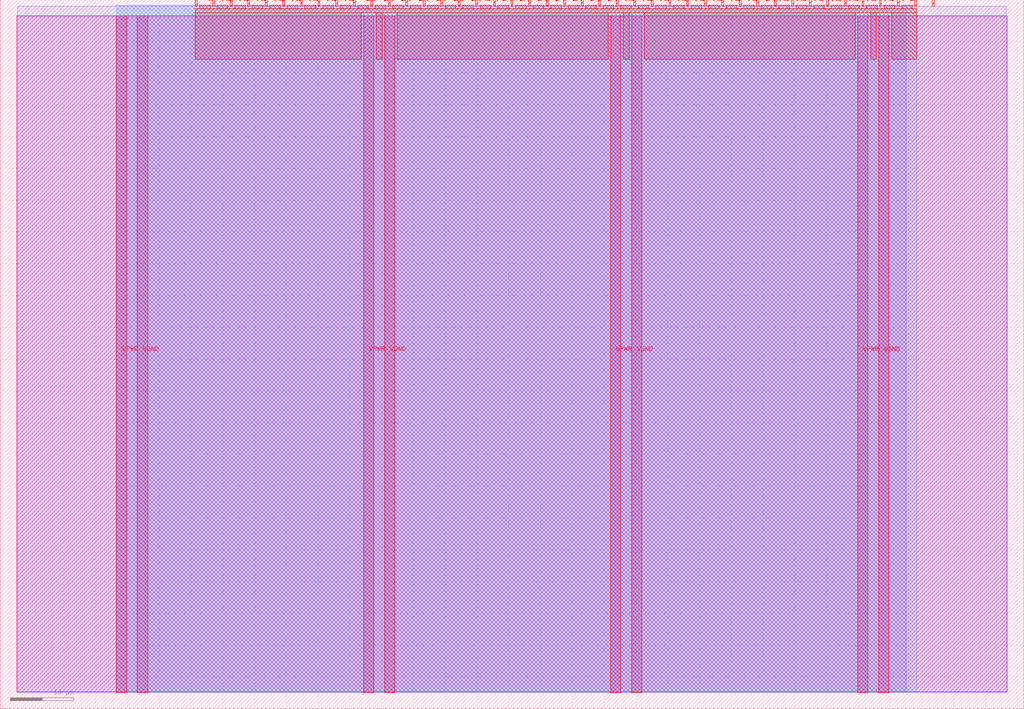
<source format=lef>
VERSION 5.7 ;
  NOWIREEXTENSIONATPIN ON ;
  DIVIDERCHAR "/" ;
  BUSBITCHARS "[]" ;
MACRO tt_um_Electom_cla_4bits
  CLASS BLOCK ;
  FOREIGN tt_um_Electom_cla_4bits ;
  ORIGIN 0.000 0.000 ;
  SIZE 161.000 BY 111.520 ;
  PIN VGND
    DIRECTION INOUT ;
    USE GROUND ;
    PORT
      LAYER met4 ;
        RECT 21.580 2.480 23.180 109.040 ;
    END
    PORT
      LAYER met4 ;
        RECT 60.450 2.480 62.050 109.040 ;
    END
    PORT
      LAYER met4 ;
        RECT 99.320 2.480 100.920 109.040 ;
    END
    PORT
      LAYER met4 ;
        RECT 138.190 2.480 139.790 109.040 ;
    END
  END VGND
  PIN VPWR
    DIRECTION INOUT ;
    USE POWER ;
    PORT
      LAYER met4 ;
        RECT 18.280 2.480 19.880 109.040 ;
    END
    PORT
      LAYER met4 ;
        RECT 57.150 2.480 58.750 109.040 ;
    END
    PORT
      LAYER met4 ;
        RECT 96.020 2.480 97.620 109.040 ;
    END
    PORT
      LAYER met4 ;
        RECT 134.890 2.480 136.490 109.040 ;
    END
  END VPWR
  PIN clk
    DIRECTION INPUT ;
    USE SIGNAL ;
    ANTENNAGATEAREA 0.852000 ;
    PORT
      LAYER met4 ;
        RECT 143.830 110.520 144.130 111.520 ;
    END
  END clk
  PIN ena
    DIRECTION INPUT ;
    USE SIGNAL ;
    PORT
      LAYER met4 ;
        RECT 146.590 110.520 146.890 111.520 ;
    END
  END ena
  PIN rst_n
    DIRECTION INPUT ;
    USE SIGNAL ;
    ANTENNAGATEAREA 0.213000 ;
    PORT
      LAYER met4 ;
        RECT 141.070 110.520 141.370 111.520 ;
    END
  END rst_n
  PIN ui_in[0]
    DIRECTION INPUT ;
    USE SIGNAL ;
    ANTENNAGATEAREA 0.196500 ;
    PORT
      LAYER met4 ;
        RECT 138.310 110.520 138.610 111.520 ;
    END
  END ui_in[0]
  PIN ui_in[1]
    DIRECTION INPUT ;
    USE SIGNAL ;
    ANTENNAGATEAREA 0.196500 ;
    PORT
      LAYER met4 ;
        RECT 135.550 110.520 135.850 111.520 ;
    END
  END ui_in[1]
  PIN ui_in[2]
    DIRECTION INPUT ;
    USE SIGNAL ;
    ANTENNAGATEAREA 0.196500 ;
    PORT
      LAYER met4 ;
        RECT 132.790 110.520 133.090 111.520 ;
    END
  END ui_in[2]
  PIN ui_in[3]
    DIRECTION INPUT ;
    USE SIGNAL ;
    ANTENNAGATEAREA 0.196500 ;
    PORT
      LAYER met4 ;
        RECT 130.030 110.520 130.330 111.520 ;
    END
  END ui_in[3]
  PIN ui_in[4]
    DIRECTION INPUT ;
    USE SIGNAL ;
    ANTENNAGATEAREA 0.196500 ;
    PORT
      LAYER met4 ;
        RECT 127.270 110.520 127.570 111.520 ;
    END
  END ui_in[4]
  PIN ui_in[5]
    DIRECTION INPUT ;
    USE SIGNAL ;
    ANTENNAGATEAREA 0.196500 ;
    PORT
      LAYER met4 ;
        RECT 124.510 110.520 124.810 111.520 ;
    END
  END ui_in[5]
  PIN ui_in[6]
    DIRECTION INPUT ;
    USE SIGNAL ;
    ANTENNAGATEAREA 0.196500 ;
    PORT
      LAYER met4 ;
        RECT 121.750 110.520 122.050 111.520 ;
    END
  END ui_in[6]
  PIN ui_in[7]
    DIRECTION INPUT ;
    USE SIGNAL ;
    ANTENNAGATEAREA 0.196500 ;
    PORT
      LAYER met4 ;
        RECT 118.990 110.520 119.290 111.520 ;
    END
  END ui_in[7]
  PIN uio_in[0]
    DIRECTION INPUT ;
    USE SIGNAL ;
    ANTENNAGATEAREA 0.196500 ;
    PORT
      LAYER met4 ;
        RECT 116.230 110.520 116.530 111.520 ;
    END
  END uio_in[0]
  PIN uio_in[1]
    DIRECTION INPUT ;
    USE SIGNAL ;
    PORT
      LAYER met4 ;
        RECT 113.470 110.520 113.770 111.520 ;
    END
  END uio_in[1]
  PIN uio_in[2]
    DIRECTION INPUT ;
    USE SIGNAL ;
    PORT
      LAYER met4 ;
        RECT 110.710 110.520 111.010 111.520 ;
    END
  END uio_in[2]
  PIN uio_in[3]
    DIRECTION INPUT ;
    USE SIGNAL ;
    PORT
      LAYER met4 ;
        RECT 107.950 110.520 108.250 111.520 ;
    END
  END uio_in[3]
  PIN uio_in[4]
    DIRECTION INPUT ;
    USE SIGNAL ;
    PORT
      LAYER met4 ;
        RECT 105.190 110.520 105.490 111.520 ;
    END
  END uio_in[4]
  PIN uio_in[5]
    DIRECTION INPUT ;
    USE SIGNAL ;
    PORT
      LAYER met4 ;
        RECT 102.430 110.520 102.730 111.520 ;
    END
  END uio_in[5]
  PIN uio_in[6]
    DIRECTION INPUT ;
    USE SIGNAL ;
    PORT
      LAYER met4 ;
        RECT 99.670 110.520 99.970 111.520 ;
    END
  END uio_in[6]
  PIN uio_in[7]
    DIRECTION INPUT ;
    USE SIGNAL ;
    PORT
      LAYER met4 ;
        RECT 96.910 110.520 97.210 111.520 ;
    END
  END uio_in[7]
  PIN uio_oe[0]
    DIRECTION OUTPUT ;
    USE SIGNAL ;
    PORT
      LAYER met4 ;
        RECT 49.990 110.520 50.290 111.520 ;
    END
  END uio_oe[0]
  PIN uio_oe[1]
    DIRECTION OUTPUT ;
    USE SIGNAL ;
    PORT
      LAYER met4 ;
        RECT 47.230 110.520 47.530 111.520 ;
    END
  END uio_oe[1]
  PIN uio_oe[2]
    DIRECTION OUTPUT ;
    USE SIGNAL ;
    PORT
      LAYER met4 ;
        RECT 44.470 110.520 44.770 111.520 ;
    END
  END uio_oe[2]
  PIN uio_oe[3]
    DIRECTION OUTPUT ;
    USE SIGNAL ;
    PORT
      LAYER met4 ;
        RECT 41.710 110.520 42.010 111.520 ;
    END
  END uio_oe[3]
  PIN uio_oe[4]
    DIRECTION OUTPUT ;
    USE SIGNAL ;
    PORT
      LAYER met4 ;
        RECT 38.950 110.520 39.250 111.520 ;
    END
  END uio_oe[4]
  PIN uio_oe[5]
    DIRECTION OUTPUT ;
    USE SIGNAL ;
    PORT
      LAYER met4 ;
        RECT 36.190 110.520 36.490 111.520 ;
    END
  END uio_oe[5]
  PIN uio_oe[6]
    DIRECTION OUTPUT ;
    USE SIGNAL ;
    PORT
      LAYER met4 ;
        RECT 33.430 110.520 33.730 111.520 ;
    END
  END uio_oe[6]
  PIN uio_oe[7]
    DIRECTION OUTPUT ;
    USE SIGNAL ;
    PORT
      LAYER met4 ;
        RECT 30.670 110.520 30.970 111.520 ;
    END
  END uio_oe[7]
  PIN uio_out[0]
    DIRECTION OUTPUT ;
    USE SIGNAL ;
    PORT
      LAYER met4 ;
        RECT 72.070 110.520 72.370 111.520 ;
    END
  END uio_out[0]
  PIN uio_out[1]
    DIRECTION OUTPUT ;
    USE SIGNAL ;
    PORT
      LAYER met4 ;
        RECT 69.310 110.520 69.610 111.520 ;
    END
  END uio_out[1]
  PIN uio_out[2]
    DIRECTION OUTPUT ;
    USE SIGNAL ;
    PORT
      LAYER met4 ;
        RECT 66.550 110.520 66.850 111.520 ;
    END
  END uio_out[2]
  PIN uio_out[3]
    DIRECTION OUTPUT ;
    USE SIGNAL ;
    PORT
      LAYER met4 ;
        RECT 63.790 110.520 64.090 111.520 ;
    END
  END uio_out[3]
  PIN uio_out[4]
    DIRECTION OUTPUT ;
    USE SIGNAL ;
    PORT
      LAYER met4 ;
        RECT 61.030 110.520 61.330 111.520 ;
    END
  END uio_out[4]
  PIN uio_out[5]
    DIRECTION OUTPUT ;
    USE SIGNAL ;
    PORT
      LAYER met4 ;
        RECT 58.270 110.520 58.570 111.520 ;
    END
  END uio_out[5]
  PIN uio_out[6]
    DIRECTION OUTPUT ;
    USE SIGNAL ;
    PORT
      LAYER met4 ;
        RECT 55.510 110.520 55.810 111.520 ;
    END
  END uio_out[6]
  PIN uio_out[7]
    DIRECTION OUTPUT ;
    USE SIGNAL ;
    PORT
      LAYER met4 ;
        RECT 52.750 110.520 53.050 111.520 ;
    END
  END uio_out[7]
  PIN uo_out[0]
    DIRECTION OUTPUT ;
    USE SIGNAL ;
    ANTENNADIFFAREA 0.891000 ;
    PORT
      LAYER met4 ;
        RECT 94.150 110.520 94.450 111.520 ;
    END
  END uo_out[0]
  PIN uo_out[1]
    DIRECTION OUTPUT ;
    USE SIGNAL ;
    ANTENNADIFFAREA 0.891000 ;
    PORT
      LAYER met4 ;
        RECT 91.390 110.520 91.690 111.520 ;
    END
  END uo_out[1]
  PIN uo_out[2]
    DIRECTION OUTPUT ;
    USE SIGNAL ;
    ANTENNADIFFAREA 0.891000 ;
    PORT
      LAYER met4 ;
        RECT 88.630 110.520 88.930 111.520 ;
    END
  END uo_out[2]
  PIN uo_out[3]
    DIRECTION OUTPUT ;
    USE SIGNAL ;
    ANTENNADIFFAREA 0.891000 ;
    PORT
      LAYER met4 ;
        RECT 85.870 110.520 86.170 111.520 ;
    END
  END uo_out[3]
  PIN uo_out[4]
    DIRECTION OUTPUT ;
    USE SIGNAL ;
    ANTENNADIFFAREA 0.445500 ;
    PORT
      LAYER met4 ;
        RECT 83.110 110.520 83.410 111.520 ;
    END
  END uo_out[4]
  PIN uo_out[5]
    DIRECTION OUTPUT ;
    USE SIGNAL ;
    PORT
      LAYER met4 ;
        RECT 80.350 110.520 80.650 111.520 ;
    END
  END uo_out[5]
  PIN uo_out[6]
    DIRECTION OUTPUT ;
    USE SIGNAL ;
    PORT
      LAYER met4 ;
        RECT 77.590 110.520 77.890 111.520 ;
    END
  END uo_out[6]
  PIN uo_out[7]
    DIRECTION OUTPUT ;
    USE SIGNAL ;
    PORT
      LAYER met4 ;
        RECT 74.830 110.520 75.130 111.520 ;
    END
  END uo_out[7]
  OBS
      LAYER nwell ;
        RECT 2.570 2.635 158.430 108.990 ;
      LAYER li1 ;
        RECT 2.760 2.635 158.240 108.885 ;
      LAYER met1 ;
        RECT 2.760 2.480 158.240 110.460 ;
      LAYER met2 ;
        RECT 18.310 2.535 142.510 110.685 ;
      LAYER met3 ;
        RECT 18.290 2.555 144.170 110.665 ;
      LAYER met4 ;
        RECT 31.370 110.120 33.030 110.665 ;
        RECT 34.130 110.120 35.790 110.665 ;
        RECT 36.890 110.120 38.550 110.665 ;
        RECT 39.650 110.120 41.310 110.665 ;
        RECT 42.410 110.120 44.070 110.665 ;
        RECT 45.170 110.120 46.830 110.665 ;
        RECT 47.930 110.120 49.590 110.665 ;
        RECT 50.690 110.120 52.350 110.665 ;
        RECT 53.450 110.120 55.110 110.665 ;
        RECT 56.210 110.120 57.870 110.665 ;
        RECT 58.970 110.120 60.630 110.665 ;
        RECT 61.730 110.120 63.390 110.665 ;
        RECT 64.490 110.120 66.150 110.665 ;
        RECT 67.250 110.120 68.910 110.665 ;
        RECT 70.010 110.120 71.670 110.665 ;
        RECT 72.770 110.120 74.430 110.665 ;
        RECT 75.530 110.120 77.190 110.665 ;
        RECT 78.290 110.120 79.950 110.665 ;
        RECT 81.050 110.120 82.710 110.665 ;
        RECT 83.810 110.120 85.470 110.665 ;
        RECT 86.570 110.120 88.230 110.665 ;
        RECT 89.330 110.120 90.990 110.665 ;
        RECT 92.090 110.120 93.750 110.665 ;
        RECT 94.850 110.120 96.510 110.665 ;
        RECT 97.610 110.120 99.270 110.665 ;
        RECT 100.370 110.120 102.030 110.665 ;
        RECT 103.130 110.120 104.790 110.665 ;
        RECT 105.890 110.120 107.550 110.665 ;
        RECT 108.650 110.120 110.310 110.665 ;
        RECT 111.410 110.120 113.070 110.665 ;
        RECT 114.170 110.120 115.830 110.665 ;
        RECT 116.930 110.120 118.590 110.665 ;
        RECT 119.690 110.120 121.350 110.665 ;
        RECT 122.450 110.120 124.110 110.665 ;
        RECT 125.210 110.120 126.870 110.665 ;
        RECT 127.970 110.120 129.630 110.665 ;
        RECT 130.730 110.120 132.390 110.665 ;
        RECT 133.490 110.120 135.150 110.665 ;
        RECT 136.250 110.120 137.910 110.665 ;
        RECT 139.010 110.120 140.670 110.665 ;
        RECT 141.770 110.120 143.430 110.665 ;
        RECT 30.655 109.440 144.145 110.120 ;
        RECT 30.655 102.175 56.750 109.440 ;
        RECT 59.150 102.175 60.050 109.440 ;
        RECT 62.450 102.175 95.620 109.440 ;
        RECT 98.020 102.175 98.920 109.440 ;
        RECT 101.320 102.175 134.490 109.440 ;
        RECT 136.890 102.175 137.790 109.440 ;
        RECT 140.190 102.175 144.145 109.440 ;
  END
END tt_um_Electom_cla_4bits
END LIBRARY


</source>
